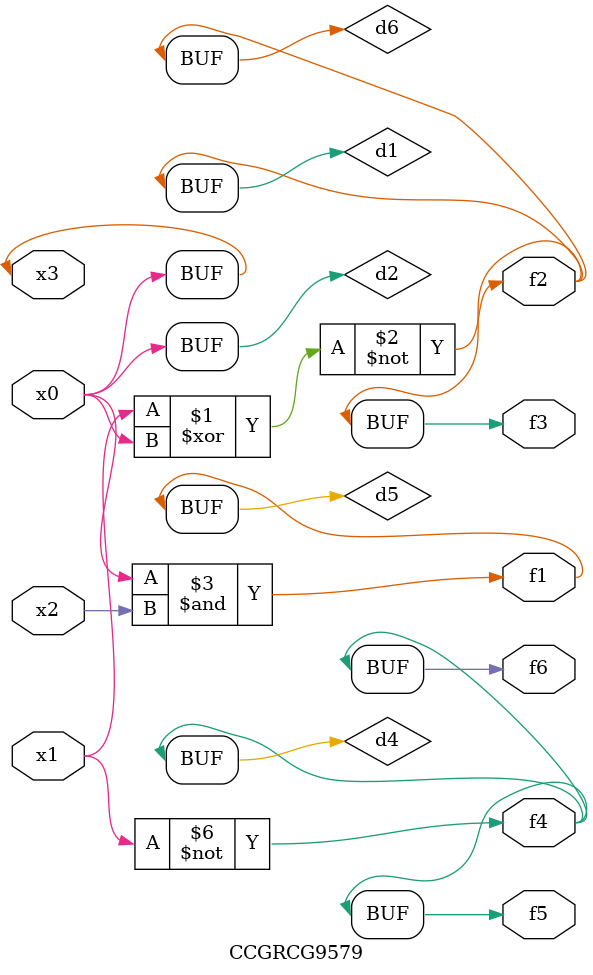
<source format=v>
module CCGRCG9579(
	input x0, x1, x2, x3,
	output f1, f2, f3, f4, f5, f6
);

	wire d1, d2, d3, d4, d5, d6;

	xnor (d1, x1, x3);
	buf (d2, x0, x3);
	nand (d3, x0, x2);
	not (d4, x1);
	nand (d5, d3);
	or (d6, d1);
	assign f1 = d5;
	assign f2 = d6;
	assign f3 = d6;
	assign f4 = d4;
	assign f5 = d4;
	assign f6 = d4;
endmodule

</source>
